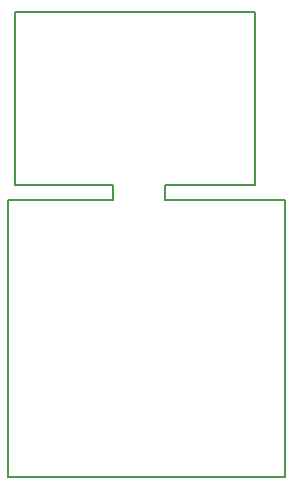
<source format=gbr>
G04 #@! TF.GenerationSoftware,KiCad,Pcbnew,5.0.2+dfsg1-1*
G04 #@! TF.CreationDate,2019-05-02T19:47:23-04:00*
G04 #@! TF.ProjectId,v1,76312e6b-6963-4616-945f-706362585858,rev?*
G04 #@! TF.SameCoordinates,Original*
G04 #@! TF.FileFunction,Profile,NP*
%FSLAX46Y46*%
G04 Gerber Fmt 4.6, Leading zero omitted, Abs format (unit mm)*
G04 Created by KiCad (PCBNEW 5.0.2+dfsg1-1) date Thu 02 May 2019 07:47:23 PM EDT*
%MOMM*%
%LPD*%
G01*
G04 APERTURE LIST*
%ADD10C,0.150000*%
G04 APERTURE END LIST*
D10*
X104140000Y-102235000D02*
X104140000Y-87630000D01*
X116840000Y-102235000D02*
X124460000Y-102235000D01*
X116840000Y-102870000D02*
X116840000Y-102235000D01*
X112395000Y-102235000D02*
X112395000Y-102870000D01*
X104140000Y-102235000D02*
X112395000Y-102235000D01*
X103505000Y-103505000D02*
X103505000Y-127000000D01*
X112395000Y-103505000D02*
X103505000Y-103505000D01*
X112395000Y-102870000D02*
X112395000Y-103505000D01*
X104775000Y-87630000D02*
X104140000Y-87630000D01*
X124460000Y-87630000D02*
X104775000Y-87630000D01*
X124460000Y-102235000D02*
X124460000Y-87630000D01*
X116840000Y-103505000D02*
X116840000Y-102870000D01*
X127000000Y-103505000D02*
X116840000Y-103505000D01*
X127000000Y-127000000D02*
X127000000Y-103505000D01*
X103505000Y-127000000D02*
X127000000Y-127000000D01*
M02*

</source>
